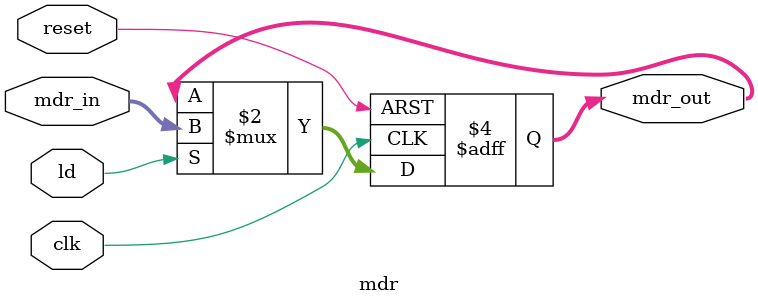
<source format=v>
module mdr(
	input reset,
	input ld,
	input clk,
	input [7:0] mdr_in,
	output reg [7:0] mdr_out
	);

always@(posedge reset or posedge clk) begin
 if(reset)
	mdr_out <= 8'b0;
 else
	if(ld)
		mdr_out <= mdr_in;
end

endmodule


</source>
